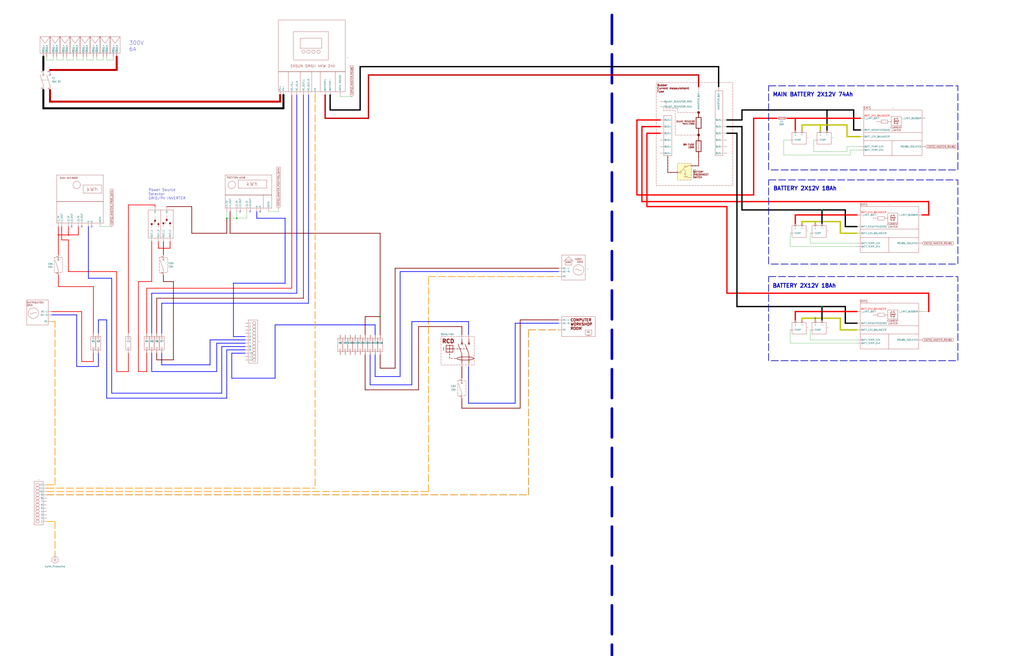
<source format=kicad_sch>
(kicad_sch (version 20231120) (generator "eeschema") (generator_version "8.0")
  (paper "User" 780 500)
  (lib_symbols
    (symbol "Device:CircuitBreaker_2P"
      (property "Reference" "CB" (at 3.81 0 0))
      (property "Value" "CircuitBreaker_2P" (at 3.81 2.54 0))
      (symbol "CircuitBreaker_2P_1_1"
        (pin passive line (at -2.54 7.62 270) (length 2.54) (name "~") (number "1"))
        (pin passive line (at -2.54 -7.62 90) (length 2.54) (name "~") (number "2"))
        (pin passive line (at 2.54 7.62 270) (length 2.54) (name "~") (number "3"))
        (pin passive line (at 2.54 -7.62 90) (length 2.54) (name "~") (number "4"))
      )
    )
    (symbol "Device:Fuse" (pin_numbers hide) (pin_names (offset 0))
      (property "Reference" "F" (at 2.032 0 90))
      (property "Value" "Fuse" (at -1.905 0 90))
      (symbol "Fuse_1_1"
        (pin passive line (at 0 3.81 270) (length 1.27) (name "~") (number "1"))
        (pin passive line (at 0 -3.81 90) (length 1.27) (name "~") (number "2"))
      )
    )
    (symbol "Electrical:AC-SOURCE" (pin_numbers hide)
      (symbol "AC-SOURCE_1_1"
        (text "DISTRIBUTION\nGRID" (at -8.89 12.192 0) (effects (font (size 1.27 1.27)) (justify left)))
        (pin input line (at 10.16 6.35 180) (length 2.54) (name "AC-L") (number ""))
        (pin input line (at 10.16 3.81 180) (length 2.54) (name "AC-N") (number ""))
        (pin input line (at 10.16 -1.27 180) (length 2.54) (name "PE") (number ""))
      )
    )
    (symbol "Electrical:BATTERY" (pin_numbers hide)
      (symbol "BATTERY_1_1"
        (pin input line (at 2.54 0 270) (length 2.54) (name "+") (number ""))
        (pin input line (at -1.27 -7.62 0) (length 2.54) (name "TEMP") (number ""))
        (pin input line (at 7.62 0 270) (length 2.54) (name "|") (number ""))
      )
    )
    (symbol "Electrical:Battery-Management-System" (pin_numbers hide)
      (property "Reference" "BMS" (at -3.048 -0.762 0))
      (symbol "Battery-Management-System_1_1"
        (text "BATT_24V_BALANCER" (at 10.16 -4.318 0) (effects (font (size 1.27 1.27))))
        (text "BMS" (at 2.54 1.524 0) (effects (font (size 2 2))))
        (text "CURRENT\nLIMITER" (at 24.765 -14.478 0) (effects (font (size 1.27 1.27))))
        (pin input line (at -2.54 -20.32 0) (length 2.54) (name "BATT_12V_BALANCER") (number ""))
        (pin input line (at -2.54 -15.24 0) (length 2.54) (name "BATT_NEGATIVE(GND)") (number ""))
        (pin input line (at -2.54 -27.94 0) (length 2.54) (name "BATT_TEMP_12V") (number ""))
        (pin input line (at -2.54 -30.48 0) (length 2.54) (name "BATT_TEMP_24V") (number ""))
        (pin input line (at -2.54 -6.35 0) (length 2.54) (name "I_LIMIT_BATT") (number ""))
        (pin input line (at 46.99 -6.35 180) (length 2.54) (name "I_LIMIT_BUSBAR") (number ""))
        (pin input line (at 46.99 -27.94 180) (length 2.54) (name "RS485_ISOLATED") (number ""))
      )
    )
    (symbol "Electrical:Busbar-with-current-shunt-and-fuse" (pin_numbers hide)
      (property "Reference" "U" (at -29.972 0.762 0))
      (symbol "Busbar-with-current-shunt-and-fuse_1_1"
        (text "BATTERY\nDISCONNECT\nSWITCH" (at -8.128 -45.466 0) (effects (font (size 1.27 1.27) (bold yes)) (justify left)))
        (text "BM FUSE\n100A" (at -6.858 -23.622 0) (effects (font (size 1.27 1.27) (bold yes)) (justify right)))
        (text "Busbar\nCurrent measurement\nFuse" (at -35.56 20.32 0) (effects (font (size 1.5 1.5) (bold yes)) (justify left)))
        (text "SHUNT RESISTOR\n75mV/200A" (at -6.604 -5.842 0) (effects (font (size 1.1 1.1) (bold yes)) (justify right)))
        (pin input line (at -33.02 -29.21 0) (length 2.54) (name "BUS+") (number ""))
        (pin input line (at -33.02 -24.13 0) (length 2.54) (name "BUS+") (number ""))
        (pin input line (at -33.02 -19.05 0) (length 2.54) (name "BUS+") (number ""))
        (pin input line (at -33.02 -13.97 0) (length 2.54) (name "BUS+") (number ""))
        (pin input line (at -33.02 -8.89 0) (length 2.54) (name "BUS+") (number ""))
        (pin input line (at -33.02 -3.81 0) (length 2.54) (name "BUS+") (number ""))
        (pin input line (at 17.78 -29.21 180) (length 2.54) (name "BUS-") (number ""))
        (pin input line (at 17.78 -24.13 180) (length 2.54) (name "BUS-") (number ""))
        (pin input line (at 17.78 -19.05 180) (length 2.54) (name "BUS-") (number ""))
        (pin input line (at 17.78 -13.97 180) (length 2.54) (name "BUS-") (number ""))
        (pin input line (at 17.78 -8.89 180) (length 2.54) (name "BUS-") (number ""))
        (pin input line (at 17.78 -3.81 180) (length 2.54) (name "BUS-") (number ""))
        (pin input line (at -3.81 21.59 270) (length 2.54) (name "INVERTER_BAT+") (number ""))
        (pin input line (at 11.43 21.59 270) (length 2.54) (name "INVERTER_BAT-") (number ""))
        (pin input line (at -33.02 6.35 0) (length 2.54) (name "SHUNT_RESISTOR_NEG") (number ""))
        (pin input line (at -33.02 10.16 0) (length 2.54) (name "SHUNT_RESISTOR_POS") (number ""))
      )
    )
    (symbol "Electrical:CircuitBreaker_1P"
      (property "Reference" "CB" (at 1.905 0 0))
      (property "Value" "CircuitBreaker_1P" (at 1.905 1.905 0))
      (symbol "CircuitBreaker_1P_1_1"
        (pin passive line (at 0 7.62 270) (length 2.54) (name "~") (number "1"))
        (pin passive line (at 0 -7.62 90) (length 2.54) (name "~") (number "2"))
      )
    )
    (symbol "Electrical:EASUN-SMG-II-4KW-24V" (pin_numbers hide)
      (symbol "EASUN-SMG-II-4KW-24V_1_1"
        (text "EASUN SMGII 4KW 24V" (at 28.702 19.558 0) (effects (font (size 2 2))))
        (pin input line (at 12.7 -2.54 90) (length 2.54) (name "AC_IN_L") (number ""))
        (pin input line (at 16.51 -2.54 90) (length 2.54) (name "AC_IN_N") (number ""))
        (pin input line (at 21.59 -2.54 90) (length 2.54) (name "AC_OUT_L") (number ""))
        (pin input line (at 25.4 -2.54 90) (length 2.54) (name "AC_OUT_N") (number ""))
        (pin input line (at 38.1 -2.54 90) (length 2.54) (name "BATTERY+") (number ""))
        (pin input line (at 41.91 -2.54 90) (length 2.54) (name "BATTERY-") (number ""))
        (pin input line (at 49.53 -2.54 90) (length 2.54) (name "DATA-RS232") (number ""))
        (pin input line (at 30.48 -2.54 90) (length 2.54) (name "PE") (number ""))
        (pin input line (at 3.81 -2.54 90) (length 2.54) (name "PV+") (number ""))
        (pin input line (at 6.35 -2.54 90) (length 2.54) (name "PV-") (number ""))
      )
    )
    (symbol "Electrical:HOME-GRID"
      (property "Reference" "U" (at -7.366 10.16 0))
      (symbol "HOME-GRID_1_1"
        (text "HOME" (at 5.08 3.302 0) (effects (font (size 1 1))))
        (text "HOME \nGRID" (at -6.096 4.572 0) (effects (font (size 1.27 1.27)) (justify left)))
        (pin input line (at 12.7 -1.27 180) (length 2.54) (name "AC-L") (number ""))
        (pin input line (at 12.7 -3.81 180) (length 2.54) (name "AC-N") (number ""))
        (pin input line (at 12.7 -7.62 180) (length 2.54) (name "PE") (number ""))
      )
    )
    (symbol "Electrical:Itron-ACE3000" (pin_numbers hide)
      (symbol "Itron-ACE3000_1_1"
        (text "Itron ACE3000" (at -7.366 16.764 0) (effects (font (size 1.27 1.27))))
        (text "kWh" (at 10.668 8.128 0) (effects (font (size 3 3))))
        (pin input line (at 16.51 -20.32 90) (length 2.54) (name "DATA") (number ""))
        (pin input line (at -15.24 -20.32 90) (length 2.54) (name "L1_IN") (number ""))
        (pin input line (at -12.7 -20.32 90) (length 2.54) (name "L1_OUT") (number ""))
        (pin input line (at -7.62 -20.32 90) (length 2.54) (name "L2_IN") (number ""))
        (pin input line (at -5.08 -20.32 90) (length 2.54) (name "L2_OUT") (number ""))
        (pin input line (at 0 -20.32 90) (length 2.54) (name "L3_IN") (number ""))
        (pin input line (at 2.54 -20.32 90) (length 2.54) (name "L3_OUT") (number ""))
        (pin input line (at 7.62 -20.32 90) (length 2.54) (name "N") (number ""))
        (pin input line (at 10.16 -20.32 90) (length 2.54) (name "N") (number ""))
      )
    )
    (symbol "Electrical:Local_Grid" (pin_numbers hide)
      (property "Reference" "D" (at 0 0 0))
      (symbol "Local_Grid_1_1"
        (text "COMPUTER\nWORKSHOP\nROOM" (at 8.89 -5.842 0) (effects (font (size 2 2) (bold yes)) (justify left)))
        (text "PC" (at 22.733 -12.065 0) (effects (font (size 1.27 1.27))))
        (pin input line (at 0 -2.54 0) (length 2.54) (name "AC-L") (number ""))
        (pin input line (at 0 -5.08 0) (length 2.54) (name "AC-N") (number ""))
        (pin input line (at 0 -10.16 0) (length 2.54) (name "PE") (number ""))
      )
    )
    (symbol "Electrical:Power-Source-Selector-Switch_" (pin_numbers hide)
      (symbol "Power-Source-Selector-Switch__1_1"
        (pin input line (at 5.08 2.54 270) (length 2.54) (name "IN") (number ""))
        (pin input line (at 13.97 2.54 270) (length 2.54) (name "IN") (number ""))
        (pin input line (at 2.54 -24.13 90) (length 2.54) (name "OUT_1") (number ""))
        (pin input line (at 11.43 -24.13 90) (length 2.54) (name "OUT_1") (number ""))
        (pin input line (at 7.62 -24.13 90) (length 2.54) (name "OUT_2") (number ""))
        (pin input line (at 16.51 -24.13 90) (length 2.54) (name "OUT_2") (number ""))
      )
    )
    (symbol "Electrical:Pozyton-sEAB" (pin_numbers hide)
      (symbol "Pozyton-sEAB_1_1"
        (text "kWh" (at 2.794 4.572 0) (effects (font (size 3 3))))
        (text "POZYTON sEAB" (at -9.398 9.398 0) (effects (font (size 1.27 1.27))))
        (pin input line (at 15.24 -16.51 90) (length 2.54) (name "DATA") (number ""))
        (pin input line (at -16.51 -16.51 90) (length 2.54) (name "L1_IN") (number ""))
        (pin input line (at -13.97 -16.51 90) (length 2.54) (name "L1_OUT") (number ""))
        (pin input line (at -8.89 -16.51 90) (length 2.54) (name "L2_IN") (number ""))
        (pin input line (at -6.35 -16.51 90) (length 2.54) (name "L2_OUT") (number ""))
        (pin input line (at -1.27 -16.51 90) (length 2.54) (name "L3_IN") (number ""))
        (pin input line (at 1.27 -16.51 90) (length 2.54) (name "L3_OUT") (number ""))
        (pin input line (at 6.35 -16.51 90) (length 2.54) (name "N") (number ""))
        (pin input line (at 8.89 -16.51 90) (length 2.54) (name "N") (number ""))
      )
    )
    (symbol "Electrical:RCD_2P" (pin_numbers hide)
      (symbol "RCD_2P_1_1"
        (text "RCD" (at 6.096 -6.096 0) (effects (font (size 3 3) (bold yes))))
        (pin input line (at 16.51 -25.4 90) (length 2.54) (name "") (number ""))
        (pin input line (at 16.51 -1.27 270) (length 2.54) (name "") (number ""))
        (pin input line (at 21.59 -25.4 90) (length 2.54) (name "") (number ""))
        (pin input line (at 21.59 -1.27 270) (length 2.54) (name "") (number ""))
      )
    )
    (symbol "Electrical:SCREW_CLAMP" (pin_numbers hide)
      (symbol "SCREW_CLAMP_1_1"
        (pin input line (at -2.54 3.81 0) (length 2.54) (name "1") (number ""))
        (pin input line (at -2.54 -19.05 0) (length 2.54) (name "10") (number ""))
        (pin input line (at -2.54 -21.59 0) (length 2.54) (name "11") (number ""))
        (pin input line (at -2.54 -24.13 0) (length 2.54) (name "12") (number ""))
        (pin input line (at -2.54 1.27 0) (length 2.54) (name "2") (number ""))
        (pin input line (at -2.54 -1.27 0) (length 2.54) (name "3") (number ""))
        (pin input line (at -2.5146 -3.802 0) (length 2.54) (name "4") (number ""))
        (pin input line (at -2.54 -6.35 0) (length 2.54) (name "5") (number ""))
        (pin input line (at -2.54 -8.89 0) (length 2.54) (name "6") (number ""))
        (pin input line (at -2.54 -11.43 0) (length 2.54) (name "7") (number ""))
        (pin input line (at -2.54 -13.97 0) (length 2.54) (name "8") (number ""))
        (pin input line (at -2.54 -16.51 0) (length 2.54) (name "9") (number ""))
      )
    )
    (symbol "Electrical:SOLAR-CELL" (pin_numbers hide)
      (symbol "SOLAR-CELL_1_1"
        (pin input line (at 5.08 -2.54 90) (length 2.54) (name "CELL+") (number ""))
        (pin input line (at 2.54 -2.54 90) (length 2.54) (name "CELL-") (number ""))
      )
    )
    (symbol "Electrical:Terminal-blocks" (pin_numbers hide)
      (property "Reference" "X" (at -1.016 1.524 0))
      (symbol "Terminal-blocks_1_1"
        (pin input line (at 0 -7.62 90) (length 2.54) (name "") (number ""))
        (pin input line (at 0 0 0) (length 0) (name "") (number ""))
        (pin input line (at 0 7.62 270) (length 2.54) (name "") (number ""))
      )
    )
    (symbol "power:Earth_Protective" (power) (pin_numbers hide) (pin_names (offset 0) hide)
      (property "Value" "Earth_Protective" (at 0 -7.62 0))
      (symbol "Earth_Protective_1_1"
        (pin power_in line (at 0 0 270) (length 0) (name "~") (number "1"))
      )
    )
  )
  (junction (at 621.03 242.57))
  (junction (at 44.45 179.07) (color 255 0 0 1))
  (junction (at 180.34 166.37))
  (junction (at 289.56 241.3))
  (junction (at 172.72 166.37))
  (junction (at 52.07 179.07) (color 255 0 0 1))
  (junction (at 629.92 83.82) (color 0 0 0 1))
  (junction (at 621.03 168.91) (color 194 194 0 1))
  (junction (at 624.84 95.25) (color 194 194 0 1))
  (junction (at 626.11 233.68))
  (junction (at 626.11 160.02))
  (junction (at 605.79 90.17) (color 255 0 0 1))
  (no_connect (at 62.23 172.72))
  (no_connect (at 69.85 172.72))
  (no_connect (at 198.12 161.29))
  (no_connect (at 190.5 161.29))
  (no_connect (at 54.61 172.72))
  (no_connect (at 182.88 161.29))
  (wire (pts (xy 289.56 241.3) (xy 289.56 177.8)) (stroke (width 0.5) (color 132 0 0 1)))
  (wire (pts (xy 626.11 160.02) (xy 626.11 170.18)) (stroke (width 1) (color 0 0 0 1)))
  (wire (pts (xy 38.1 77.47) (xy 38.1 68.58)) (stroke (width 1.5) (color 194 0 0 1)))
  (polyline (pts (xy 466.09 11.43) (xy 466.09 586.105)) (stroke (width 2) (type dash)))
  (wire (pts (xy 88.9 283.21) (xy 97.79 283.21)) (stroke (width 0.5) (color 255 0 0 1)))
  (wire (pts (xy 38.1 53.34) (xy 88.9 53.34)) (stroke (width 1.5) (color 194 0 0 1)))
  (wire (pts (xy 650.24 99.06) (xy 655.32 99.06)) (stroke (width 1) (color 0 0 0 1)))
  (wire (pts (xy 120.65 184.15) (xy 120.65 189.23)) (stroke (width 0.5) (color 255 0 0 1)))
  (wire (pts (xy 553.72 157.48) (xy 492.76 157.48)) (stroke (width 1) (color 255 0 0 1)))
  (wire (pts (xy 62.23 237.49) (xy 62.23 275.59)) (stroke (width 0.5) (color 255 0 0 1)))
  (wire (pts (xy 488.95 96.52) (xy 502.92 96.52)) (stroke (width 1) (color 255 0 0 1)))
  (wire (pts (xy 300.99 204.47) (xy 300.99 280.67)) (stroke (width 0.5) (color 132 0 0 1)))
  (wire (pts (xy 605.79 90.17) (xy 605.79 99.06)) (stroke (width 1) (color 255 0 0 1)))
  (wire (pts (xy 601.98 187.96) (xy 601.98 177.8)))
  (wire (pts (xy 123.19 278.13) (xy 160.02 278.13)) (stroke (width 0.5) (color 0 0 255 1)))
  (wire (pts (xy 160.02 278.13) (xy 160.02 259.08)) (stroke (width 0.5) (color 0 0 255 1)))
  (wire (pts (xy 318.77 248.92) (xy 351.79 248.92)) (stroke (width 0.5) (color 132 0 0 1)))
  (wire (pts (xy 105.41 214.63) (xy 105.41 283.21)) (stroke (width 0.5) (color 255 0 0 1)))
  (wire (pts (xy 621.03 168.91) (xy 621.03 170.18)) (stroke (width 1) (color 194 194 0 1)))
  (wire (pts (xy 209.55 247.65) (xy 209.55 288.29)) (stroke (width 0.5) (color 0 0 255 1)))
  (wire (pts (xy 119.38 269.24) (xy 119.38 274.32)) (stroke (width 0.5) (color 132 0 0 1)))
  (wire (pts (xy 621.03 168.91) (xy 640.08 168.91)) (stroke (width 1) (color 194 194 0 1)))
  (wire (pts (xy 599.44 90.17) (xy 605.79 90.17)) (stroke (width 1) (color 255 0 0 1)))
  (wire (pts (xy 240.03 72.39) (xy 240.03 372.11)) (stroke (width 0.5) (type dash) (color 255 153 0 1)))
  (wire (pts (xy 647.7 114.3) (xy 647.7 118.11)))
  (wire (pts (xy 561.34 233.68) (xy 626.11 233.68)) (stroke (width 1) (color 0 0 0 1)))
  (wire (pts (xy 251.46 83.82) (xy 251.46 72.39)) (stroke (width 1) (color 0 0 0 1)))
  (wire (pts (xy 655.32 104.14) (xy 645.16 104.14)) (stroke (width 1) (color 194 194 0 1)))
  (wire (pts (xy 280.67 57.15) (xy 532.13 57.15)) (stroke (width 1) (color 194 0 0 1)))
  (wire (pts (xy 605.79 237.49) (xy 605.79 243.84)) (stroke (width 1) (color 255 0 0 1)))
  (wire (pts (xy 48.26 45.72) (xy 48.26 43.18)))
  (wire (pts (xy 304.8 207.01) (xy 304.8 287.02)) (stroke (width 0.5) (color 0 0 255 1)))
  (wire (pts (xy 176.53 288.29) (xy 176.53 269.24)) (stroke (width 0.5) (color 0 0 255 1)))
  (wire (pts (xy 351.79 288.29) (xy 351.79 279.4)) (stroke (width 0.5) (color 132 0 0 1)))
  (wire (pts (xy 281.94 270.51) (xy 281.94 293.37)) (stroke (width 0.5) (color 0 0 255 1)))
  (wire (pts (xy 55.88 45.72) (xy 55.88 43.18)))
  (wire (pts (xy 177.8 215.9) (xy 217.17 215.9)) (stroke (width 0.5) (color 0 0 255 1)))
  (wire (pts (xy 280.67 90.17) (xy 280.67 57.15)) (stroke (width 1) (color 194 0 0 1)))
  (wire (pts (xy 640.08 177.8) (xy 652.78 177.8)) (stroke (width 1) (color 194 194 0 1)))
  (wire (pts (xy 655.32 90.17) (xy 605.79 90.17)) (stroke (width 1) (color 255 0 0 1)))
  (wire (pts (xy 195.58 166.37) (xy 195.58 161.29)) (stroke (width 0.5) (color 0 0 255 1)))
  (wire (pts (xy 41.91 397.51) (xy 41.91 422.91)) (stroke (width 0.5) (type dash) (color 255 153 0 1)))
  (wire (pts (xy 35.56 374.65) (xy 326.39 374.65)) (stroke (width 0.5) (type dash) (color 255 153 0 1)))
  (wire (pts (xy 52.07 207.01) (xy 88.9 207.01)) (stroke (width 0.5) (color 255 0 0 1)))
  (wire (pts (xy 81.28 303.53) (xy 172.72 303.53)) (stroke (width 0.5) (color 0 0 255 1)))
  (wire (pts (xy 215.9 72.39) (xy 215.9 82.55)) (stroke (width 1.5) (color 0 0 0 1)))
  (wire (pts (xy 645.16 95.25) (xy 624.84 95.25)) (stroke (width 1) (color 194 194 0 1)))
  (wire (pts (xy 226.06 72.39) (xy 226.06 223.52)) (stroke (width 0.5) (color 0 0 255 1)))
  (wire (pts (xy 652.78 237.49) (xy 605.79 237.49)) (stroke (width 1) (color 255 0 0 1)))
  (wire (pts (xy 278.13 297.18) (xy 318.77 297.18)) (stroke (width 0.5) (color 132 0 0 1)))
  (wire (pts (xy 707.39 237.49) (xy 707.39 223.52)) (stroke (width 1) (color 255 0 0 1)))
  (wire (pts (xy 175.26 177.8) (xy 289.56 177.8)) (stroke (width 0.5) (color 132 0 0 1)))
  (wire (pts (xy 123.19 254) (xy 123.19 231.14)) (stroke (width 0.5) (color 0 0 255 1)))
  (wire (pts (xy 396.24 243.84) (xy 425.45 243.84)) (stroke (width 0.5) (color 132 0 0 1)))
  (wire (pts (xy 652.78 187.96) (xy 601.98 187.96)))
  (wire (pts (xy 222.25 72.39) (xy 222.25 219.71)) (stroke (width 0.5) (color 255 0 0 1)))
  (wire (pts (xy 119.38 227.33) (xy 119.38 254)) (stroke (width 0.5) (color 132 0 0 1)))
  (wire (pts (xy 97.79 156.21) (xy 118.11 156.21)) (stroke (width 0.5) (color 255 0 0 1)))
  (wire (pts (xy 172.72 166.37) (xy 180.34 166.37)))
  (wire (pts (xy 643.89 233.68) (xy 643.89 246.38)) (stroke (width 1) (color 0 0 0 1)))
  (wire (pts (xy 610.87 243.84) (xy 610.87 242.57)) (stroke (width 1) (color 194 194 0 1)))
  (wire (pts (xy 619.76 115.57) (xy 645.16 115.57)))
  (wire (pts (xy 643.89 172.72) (xy 652.78 172.72)) (stroke (width 1) (color 0 0 0 1)))
  (wire (pts (xy 204.47 161.29) (xy 212.09 161.29)))
  (wire (pts (xy 565.15 160.02) (xy 626.11 160.02)) (stroke (width 1) (color 0 0 0 1)))
  (wire (pts (xy 629.92 83.82) (xy 629.92 99.06)) (stroke (width 1) (color 0 0 0 1)))
  (wire (pts (xy 132.08 214.63) (xy 124.46 214.63)) (stroke (width 0.5) (color 132 0 0 1)))
  (wire (pts (xy 267.97 73.66) (xy 259.08 73.66)))
  (wire (pts (xy 222.25 219.71) (xy 111.76 219.71)) (stroke (width 0.5) (color 255 0 0 1)))
  (wire (pts (xy 619.76 115.57) (xy 619.76 106.68)))
  (wire (pts (xy 67.31 172.72) (xy 67.31 212.09)) (stroke (width 0.5) (color 0 0 255 1)))
  (wire (pts (xy 88.9 53.34) (xy 88.9 43.18)) (stroke (width 1.5) (color 194 0 0 1)))
  (wire (pts (xy 392.43 246.38) (xy 425.45 246.38)) (stroke (width 0.5) (color 0 0 255 1)))
  (wire (pts (xy 596.9 106.68) (xy 601.98 106.68)))
  (wire (pts (xy 640.08 168.91) (xy 640.08 177.8)) (stroke (width 1) (color 194 194 0 1)))
  (wire (pts (xy 187.96 166.37) (xy 187.96 161.29)))
  (wire (pts (xy 73.66 43.18) (xy 73.66 45.72)))
  (wire (pts (xy 640.08 242.57) (xy 640.08 251.46)) (stroke (width 1) (color 194 194 0 1)))
  (wire (pts (xy 304.8 207.01) (xy 425.45 207.01)) (stroke (width 0.5) (color 0 0 255 1)))
  (wire (pts (xy 278.13 241.3) (xy 278.13 255.27)) (stroke (width 0.5) (color 132 0 0 1)))
  (wire (pts (xy 35.56 45.72) (xy 40.64 45.72)))
  (wire (pts (xy 561.34 101.6) (xy 561.34 233.68)) (stroke (width 1) (color 0 0 0 1)))
  (wire (pts (xy 58.42 43.18) (xy 58.42 45.72)))
  (wire (pts (xy 643.89 160.02) (xy 643.89 172.72)) (stroke (width 1) (color 0 0 0 1)))
  (wire (pts (xy 105.41 283.21) (xy 111.76 283.21)) (stroke (width 0.5) (color 255 0 0 1)))
  (wire (pts (xy 160.02 259.08) (xy 186.69 259.08)) (stroke (width 0.5) (color 0 0 255 1)))
  (wire (pts (xy 707.39 163.83) (xy 707.39 153.67)) (stroke (width 1) (color 255 0 0 1)))
  (wire (pts (xy 231.14 72.39) (xy 231.14 227.33)) (stroke (width 0.5) (color 132 0 0 1)))
  (wire (pts (xy 168.91 264.16) (xy 186.69 264.16)) (stroke (width 0.5) (color 0 0 255 1)))
  (wire (pts (xy 396.24 311.15) (xy 396.24 243.84)) (stroke (width 0.5) (color 132 0 0 1)))
  (wire (pts (xy 351.79 311.15) (xy 396.24 311.15)) (stroke (width 0.5) (color 132 0 0 1)))
  (wire (pts (xy 39.37 237.49) (xy 62.23 237.49)) (stroke (width 0.5) (color 255 0 0 1)))
  (wire (pts (xy 127 157.48) (xy 146.05 157.48)) (stroke (width 0.5) (color 132 0 0 1)))
  (wire (pts (xy 172.72 166.37) (xy 172.72 161.29)))
  (wire (pts (xy 655.32 114.3) (xy 647.7 114.3)))
  (wire (pts (xy 645.16 104.14) (xy 645.16 95.25)) (stroke (width 1) (color 194 194 0 1)))
  (wire (pts (xy 35.56 372.11) (xy 240.03 372.11)) (stroke (width 0.5) (type dash) (color 255 153 0 1)))
  (wire (pts (xy 289.56 255.27) (xy 289.56 241.3)) (stroke (width 0.5) (color 132 0 0 1)))
  (wire (pts (xy 111.76 269.24) (xy 111.76 283.21)) (stroke (width 0.5) (color 255 0 0 1)))
  (wire (pts (xy 44.45 179.07) (xy 44.45 194.31)) (stroke (width 0.5) (color 255 0 0 1)))
  (wire (pts (xy 605.79 163.83) (xy 605.79 170.18)) (stroke (width 1) (color 255 0 0 1)))
  (wire (pts (xy 43.18 45.72) (xy 48.26 45.72)))
  (wire (pts (xy 86.36 45.72) (xy 86.36 43.18)))
  (wire (pts (xy 643.89 246.38) (xy 652.78 246.38)) (stroke (width 1) (color 0 0 0 1)))
  (wire (pts (xy 212.09 161.29) (xy 212.09 158.75)))
  (wire (pts (xy 180.34 166.37) (xy 180.34 161.29)))
  (wire (pts (xy 617.22 185.42) (xy 652.78 185.42)))
  (wire (pts (xy 702.31 163.83) (xy 707.39 163.83)) (stroke (width 1) (color 255 0 0 1)))
  (wire (pts (xy 610.87 99.06) (xy 610.87 95.25)) (stroke (width 1) (color 194 194 0 1)))
  (wire (pts (xy 172.72 177.8) (xy 172.72 166.37)) (stroke (width 0.5) (color 132 0 0 1)))
  (wire (pts (xy 33.02 82.55) (xy 33.02 68.58)) (stroke (width 1.5) (color 0 0 0 1)))
  (wire (pts (xy 123.19 269.24) (xy 123.19 278.13)) (stroke (width 0.5) (color 0 0 255 1)))
  (wire (pts (xy 168.91 299.72) (xy 168.91 264.16)) (stroke (width 0.5) (color 0 0 255 1)))
  (wire (pts (xy 97.79 156.21) (xy 97.79 254)) (stroke (width 0.5) (color 255 0 0 1)))
  (wire (pts (xy 624.84 95.25) (xy 624.84 99.06)) (stroke (width 1) (color 194 194 0 1)))
  (wire (pts (xy 81.28 45.72) (xy 86.36 45.72)))
  (wire (pts (xy 326.39 210.82) (xy 425.45 210.82)) (stroke (width 0.5) (type dash) (color 255 153 0 1)))
  (wire (pts (xy 392.43 307.34) (xy 392.43 246.38)) (stroke (width 0.5) (color 0 0 255 1)))
  (wire (pts (xy 304.8 287.02) (xy 285.75 287.02)) (stroke (width 0.5) (color 0 0 255 1)))
  (wire (pts (xy 289.56 280.67) (xy 289.56 270.51)) (stroke (width 0.5) (color 132 0 0 1)))
  (wire (pts (xy 44.45 172.72) (xy 44.45 179.07)) (stroke (width 0.5) (color 255 0 0 1)))
  (wire (pts (xy 58.42 279.4) (xy 74.93 279.4)) (stroke (width 0.5) (color 0 0 255 1)))
  (wire (pts (xy 52.07 182.88) (xy 52.07 207.01)) (stroke (width 0.5) (color 255 0 0 1)))
  (wire (pts (xy 492.76 101.6) (xy 502.92 101.6)) (stroke (width 1) (color 255 0 0 1)))
  (wire (pts (xy 44.45 218.44) (xy 44.45 209.55)) (stroke (width 0.5) (color 255 0 0 1)))
  (wire (pts (xy 274.32 83.82) (xy 251.46 83.82)) (stroke (width 1) (color 0 0 0 1)))
  (wire (pts (xy 702.31 237.49) (xy 707.39 237.49)))
  (wire (pts (xy 58.42 45.72) (xy 63.5 45.72)))
  (wire (pts (xy 313.69 245.11) (xy 356.87 245.11)) (stroke (width 0.5) (color 0 0 255 1)))
  (wire (pts (xy 74.93 243.84) (xy 81.28 243.84)) (stroke (width 0.5) (color 0 0 255 1)))
  (wire (pts (xy 574.04 90.17) (xy 591.82 90.17)) (stroke (width 1) (color 255 0 0 1)))
  (wire (pts (xy 610.87 242.57) (xy 621.03 242.57)) (stroke (width 1) (color 194 194 0 1)))
  (wire (pts (xy 115.57 269.24) (xy 115.57 283.21)) (stroke (width 0.5) (color 0 0 255 1)))
  (wire (pts (xy 115.57 283.21) (xy 165.1 283.21)) (stroke (width 0.5) (color 0 0 255 1)))
  (wire (pts (xy 281.94 293.37) (xy 313.69 293.37)) (stroke (width 0.5) (color 0 0 255 1)))
  (wire (pts (xy 565.15 83.82) (xy 629.92 83.82)) (stroke (width 1) (color 0 0 0 1)))
  (wire (pts (xy 217.17 215.9) (xy 217.17 166.37)) (stroke (width 0.5) (color 0 0 255 1)))
  (wire (pts (xy 180.34 166.37) (xy 187.96 166.37)))
  (wire (pts (xy 652.78 261.62) (xy 601.98 261.62)))
  (wire (pts (xy 565.15 91.44) (xy 553.72 91.44)) (stroke (width 1) (color 0 0 0 1)))
  (wire (pts (xy 351.79 248.92) (xy 351.79 255.27)) (stroke (width 0.5) (color 132 0 0 1)))
  (wire (pts (xy 610.87 95.25) (xy 624.84 95.25)) (stroke (width 1) (color 194 194 0 1)))
  (wire (pts (xy 402.59 251.46) (xy 425.45 251.46)) (stroke (width 0.5) (type dash) (color 221 133 0 1)))
  (wire (pts (xy 285.75 247.65) (xy 209.55 247.65)) (stroke (width 0.5) (color 0 0 255 1)))
  (wire (pts (xy 172.72 266.7) (xy 186.69 266.7)) (stroke (width 0.5) (color 0 0 255 1)))
  (wire (pts (xy 278.13 270.51) (xy 278.13 297.18)) (stroke (width 0.5) (color 132 0 0 1)))
  (wire (pts (xy 650.24 83.82) (xy 650.24 99.06)) (stroke (width 1) (color 0 0 0 1)))
  (wire (pts (xy 172.72 303.53) (xy 172.72 266.7)) (stroke (width 0.5) (color 0 0 255 1)))
  (wire (pts (xy 626.11 233.68) (xy 643.89 233.68)) (stroke (width 1) (color 0 0 0 1)))
  (wire (pts (xy 124.46 184.15) (xy 124.46 194.31)) (stroke (width 0.5) (color 132 0 0 1)))
  (wire (pts (xy 213.36 72.39) (xy 213.36 77.47)) (stroke (width 1.5) (color 194 0 0 1)))
  (wire (pts (xy 78.74 45.72) (xy 78.74 43.18)))
  (wire (pts (xy 33.02 43.18) (xy 33.02 53.34)) (stroke (width 1.5) (color 0 0 0 1)))
  (wire (pts (xy 177.8 256.54) (xy 186.69 256.54)) (stroke (width 0.5) (color 0 0 255 1)))
  (wire (pts (xy 300.99 204.47) (xy 425.45 204.47)) (stroke (width 0.5) (color 132 0 0 1)))
  (wire (pts (xy 132.08 214.63) (xy 132.08 274.32)) (stroke (width 0.5) (color 132 0 0 1)))
  (wire (pts (xy 177.8 215.9) (xy 177.8 256.54)) (stroke (width 0.5) (color 0 0 255 1)))
  (wire (pts (xy 485.14 148.59) (xy 574.04 148.59)) (stroke (width 1) (color 255 0 0 1)))
  (wire (pts (xy 76.2 172.72) (xy 85.09 172.72)))
  (wire (pts (xy 619.76 106.68) (xy 621.03 106.68)))
  (wire (pts (xy 652.78 163.83) (xy 605.79 163.83)) (stroke (width 1) (color 255 0 0 1)))
  (wire (pts (xy 640.08 251.46) (xy 652.78 251.46)) (stroke (width 1) (color 194 194 0 1)))
  (wire (pts (xy 326.39 374.65) (xy 326.39 210.82)) (stroke (width 0.5) (type dash) (color 255 153 0 1)))
  (wire (pts (xy 115.57 184.15) (xy 115.57 214.63)) (stroke (width 0.5) (color 255 0 0 1)))
  (wire (pts (xy 247.65 72.39) (xy 247.65 90.17)) (stroke (width 1) (color 194 0 0 1)))
  (wire (pts (xy 621.03 242.57) (xy 621.03 243.84)) (stroke (width 1) (color 194 194 0 1)))
  (wire (pts (xy 175.26 161.29) (xy 175.26 177.8)) (stroke (width 0.5) (color 132 0 0 1)))
  (wire (pts (xy 553.72 223.52) (xy 553.72 157.48)) (stroke (width 1) (color 255 0 0 1)))
  (wire (pts (xy 213.36 77.47) (xy 38.1 77.47)) (stroke (width 1.5) (color 194 0 0 1)))
  (wire (pts (xy 209.55 288.29) (xy 176.53 288.29)) (stroke (width 0.5) (color 0 0 255 1)))
  (wire (pts (xy 85.09 299.72) (xy 168.91 299.72)) (stroke (width 0.5) (color 0 0 255 1)))
  (wire (pts (xy 226.06 223.52) (xy 115.57 223.52)) (stroke (width 0.5) (color 0 0 255 1)))
  (wire (pts (xy 547.37 50.8) (xy 274.32 50.8)) (stroke (width 1) (color 0 0 0 1)))
  (wire (pts (xy 234.95 72.39) (xy 234.95 231.14)) (stroke (width 0.5) (color 0 0 255 1)))
  (wire (pts (xy 43.18 43.18) (xy 43.18 45.72)))
  (wire (pts (xy 124.46 214.63) (xy 124.46 209.55)) (stroke (width 0.5) (color 132 0 0 1)))
  (wire (pts (xy 73.66 45.72) (xy 78.74 45.72)))
  (wire (pts (xy 601.98 261.62) (xy 601.98 251.46)))
  (wire (pts (xy 402.59 377.19) (xy 402.59 251.46)) (stroke (width 0.5) (type dash) (color 221 133 0 1)))
  (wire (pts (xy 647.7 118.11) (xy 596.9 118.11)))
  (wire (pts (xy 488.95 153.67) (xy 488.95 96.52)) (stroke (width 1) (color 255 0 0 1)))
  (wire (pts (xy 66.04 45.72) (xy 71.12 45.72)))
  (wire (pts (xy 50.8 43.18) (xy 50.8 45.72)))
  (wire (pts (xy 71.12 45.72) (xy 71.12 43.18)))
  (wire (pts (xy 553.72 223.52) (xy 707.39 223.52)) (stroke (width 1) (color 255 0 0 1)))
  (wire (pts (xy 52.07 179.07) (xy 59.69 179.07)) (stroke (width 0.5) (color 255 0 0 1)))
  (wire (pts (xy 35.56 377.19) (xy 402.59 377.19)) (stroke (width 0.5) (type dash) (color 221 133 0 1)))
  (wire (pts (xy 58.42 240.03) (xy 58.42 279.4)) (stroke (width 0.5) (color 0 0 255 1)))
  (wire (pts (xy 129.54 189.23) (xy 129.54 184.15)) (stroke (width 0.5) (color 255 0 0 1)))
  (wire (pts (xy 617.22 251.46) (xy 617.22 259.08)))
  (wire (pts (xy 118.11 156.21) (xy 118.11 157.48)) (stroke (width 0.5) (color 255 0 0 1)))
  (wire (pts (xy 626.11 233.68) (xy 626.11 243.84)) (stroke (width 1) (color 0 0 0 1)))
  (wire (pts (xy 40.64 45.72) (xy 40.64 43.18)))
  (wire (pts (xy 485.14 91.44) (xy 485.14 148.59)) (stroke (width 1) (color 255 0 0 1)))
  (wire (pts (xy 62.23 275.59) (xy 71.12 275.59)) (stroke (width 0.5) (color 255 0 0 1)))
  (wire (pts (xy 146.05 157.48) (xy 146.05 177.8)) (stroke (width 0.5) (color 132 0 0 1)))
  (wire (pts (xy 59.69 179.07) (xy 59.69 172.72)) (stroke (width 0.5) (color 255 0 0 1)))
  (wire (pts (xy 285.75 255.27) (xy 285.75 247.65)) (stroke (width 0.5) (color 0 0 255 1)))
  (wire (pts (xy 146.05 177.8) (xy 172.72 177.8)) (stroke (width 0.5) (color 132 0 0 1)))
  (wire (pts (xy 52.07 179.07) (xy 52.07 172.72)) (stroke (width 0.5) (color 255 0 0 1)))
  (wire (pts (xy 289.56 241.3) (xy 278.13 241.3)) (stroke (width 0.5) (color 132 0 0 1)))
  (wire (pts (xy 645.16 115.57) (xy 645.16 111.76)))
  (wire (pts (xy 35.56 43.18) (xy 35.56 45.72)))
  (wire (pts (xy 629.92 83.82) (xy 650.24 83.82)) (stroke (width 1) (color 0 0 0 1)))
  (wire (pts (xy 532.13 57.15) (xy 532.13 66.04)) (stroke (width 1) (color 194 0 0 1)))
  (wire (pts (xy 610.87 168.91) (xy 621.03 168.91)) (stroke (width 1) (color 194 194 0 1)))
  (wire (pts (xy 44.45 179.07) (xy 52.07 179.07)) (stroke (width 0.5) (color 255 0 0 1)))
  (wire (pts (xy 88.9 207.01) (xy 88.9 283.21)) (stroke (width 0.5) (color 255 0 0 1)))
  (wire (pts (xy 71.12 275.59) (xy 71.12 269.24)) (stroke (width 0.5) (color 255 0 0 1)))
  (wire (pts (xy 74.93 279.4) (xy 74.93 269.24)) (stroke (width 0.5) (color 0 0 255 1)))
  (wire (pts (xy 115.57 223.52) (xy 115.57 254)) (stroke (width 0.5) (color 0 0 255 1)))
  (wire (pts (xy 617.22 177.8) (xy 617.22 185.42)))
  (wire (pts (xy 300.99 280.67) (xy 289.56 280.67)) (stroke (width 0.5) (color 132 0 0 1)))
  (wire (pts (xy 35.56 397.51) (xy 41.91 397.51)) (stroke (width 0.5) (type dash) (color 255 153 0 1)))
  (wire (pts (xy 50.8 45.72) (xy 55.88 45.72)))
  (wire (pts (xy 617.22 259.08) (xy 652.78 259.08)))
  (wire (pts (xy 123.19 231.14) (xy 234.95 231.14)) (stroke (width 0.5) (color 0 0 255 1)))
  (wire (pts (xy 71.12 254) (xy 71.12 218.44)) (stroke (width 0.5) (color 255 0 0 1)))
  (wire (pts (xy 259.08 73.66) (xy 259.08 72.39)))
  (wire (pts (xy 35.56 369.57) (xy 41.91 369.57)) (stroke (width 0.5) (type dash) (color 255 153 0 1)))
  (wire (pts (xy 621.03 242.57) (xy 640.08 242.57)) (stroke (width 1) (color 194 194 0 1)))
  (wire (pts (xy 41.91 245.11) (xy 39.37 245.11)) (stroke (width 0.5) (type dash) (color 255 153 0 1)))
  (wire (pts (xy 356.87 279.4) (xy 356.87 307.34)) (stroke (width 0.5) (color 0 0 255 1)))
  (wire (pts (xy 63.5 45.72) (xy 63.5 43.18)))
  (wire (pts (xy 492.76 157.48) (xy 492.76 101.6)) (stroke (width 1) (color 255 0 0 1)))
  (wire (pts (xy 74.93 243.84) (xy 74.93 254)) (stroke (width 0.5) (color 0 0 255 1)))
  (wire (pts (xy 165.1 261.62) (xy 186.69 261.62)) (stroke (width 0.5) (color 0 0 255 1)))
  (wire (pts (xy 217.17 166.37) (xy 195.58 166.37)) (stroke (width 0.5) (color 0 0 255 1)))
  (wire (pts (xy 574.04 90.17) (xy 574.04 148.59)) (stroke (width 1) (color 255 0 0 1)))
  (wire (pts (xy 645.16 111.76) (xy 655.32 111.76)))
  (wire (pts (xy 610.87 170.18) (xy 610.87 168.91)) (stroke (width 1) (color 194 194 0 1)))
  (wire (pts (xy 97.79 269.24) (xy 97.79 283.21)) (stroke (width 0.5) (color 255 0 0 1)))
  (wire (pts (xy 626.11 160.02) (xy 643.89 160.02)) (stroke (width 1) (color 0 0 0 1)))
  (wire (pts (xy 67.31 212.09) (xy 85.09 212.09)) (stroke (width 0.5) (color 0 0 255 1)))
  (wire (pts (xy 285.75 270.51) (xy 285.75 287.02)) (stroke (width 0.5) (color 0 0 255 1)))
  (wire (pts (xy 115.57 214.63) (xy 105.41 214.63)) (stroke (width 0.5) (color 255 0 0 1)))
  (wire (pts (xy 596.9 118.11) (xy 596.9 106.68)))
  (wire (pts (xy 274.32 50.8) (xy 274.32 83.82)) (stroke (width 1) (color 0 0 0 1)))
  (wire (pts (xy 215.9 82.55) (xy 33.02 82.55)) (stroke (width 1.5) (color 0 0 0 1)))
  (wire (pts (xy 502.92 91.44) (xy 485.14 91.44)) (stroke (width 1) (color 255 0 0 1)))
  (wire (pts (xy 71.12 218.44) (xy 44.45 218.44)) (stroke (width 0.5) (color 255 0 0 1)))
  (wire (pts (xy 313.69 293.37) (xy 313.69 245.11)) (stroke (width 0.5) (color 0 0 255 1)))
  (wire (pts (xy 46.99 182.88) (xy 46.99 172.72)) (stroke (width 0.5) (color 255 0 0 1)))
  (wire (pts (xy 111.76 219.71) (xy 111.76 254)) (stroke (width 0.5) (color 255 0 0 1)))
  (wire (pts (xy 52.07 182.88) (xy 46.99 182.88)) (stroke (width 0.5) (color 255 0 0 1)))
  (wire (pts (xy 553.72 96.52) (xy 565.15 96.52)) (stroke (width 1) (color 0 0 0 1)))
  (wire (pts (xy 66.04 43.18) (xy 66.04 45.72)))
  (wire (pts (xy 41.91 369.57) (xy 41.91 245.11)) (stroke (width 0.5) (type dash) (color 255 153 0 1)))
  (wire (pts (xy 351.79 303.53) (xy 351.79 311.15)) (stroke (width 0.5) (color 132 0 0 1)))
  (wire (pts (xy 231.14 227.33) (xy 119.38 227.33)) (stroke (width 0.5) (color 132 0 0 1)))
  (wire (pts (xy 565.15 96.52) (xy 565.15 160.02)) (stroke (width 1) (color 0 0 0 1)))
  (wire (pts (xy 247.65 90.17) (xy 280.67 90.17)) (stroke (width 1) (color 194 0 0 1)))
  (wire (pts (xy 553.72 101.6) (xy 561.34 101.6)) (stroke (width 1) (color 0 0 0 1)))
  (wire (pts (xy 120.65 189.23) (xy 129.54 189.23)) (stroke (width 0.5) (color 255 0 0 1)))
  (wire (pts (xy 119.38 274.32) (xy 132.08 274.32)) (stroke (width 0.5) (color 132 0 0 1)))
  (wire (pts (xy 81.28 43.18) (xy 81.28 45.72)))
  (wire (pts (xy 318.77 297.18) (xy 318.77 248.92)) (stroke (width 0.5) (color 132 0 0 1)))
  (wire (pts (xy 39.37 240.03) (xy 58.42 240.03)) (stroke (width 0.5) (color 0 0 255 1)))
  (wire (pts (xy 488.95 153.67) (xy 707.39 153.67)) (stroke (width 1) (color 255 0 0 1)))
  (wire (pts (xy 547.37 66.04) (xy 547.37 50.8)) (stroke (width 1) (color 0 0 0 1)))
  (wire (pts (xy 176.53 269.24) (xy 186.69 269.24)) (stroke (width 0.5) (color 0 0 255 1)))
  (wire (pts (xy 81.28 243.84) (xy 81.28 303.53)) (stroke (width 0.5) (color 0 0 255 1)))
  (wire (pts (xy 356.87 245.11) (xy 356.87 255.27)) (stroke (width 0.5) (color 0 0 255 1)))
  (wire (pts (xy 356.87 307.34) (xy 392.43 307.34)) (stroke (width 0.5) (color 0 0 255 1)))
  (wire (pts (xy 165.1 261.62) (xy 165.1 283.21)) (stroke (width 0.5) (color 0 0 255 1)))
  (wire (pts (xy 85.09 212.09) (xy 85.09 299.72)) (stroke (width 0.5) (color 0 0 255 1)))
  (wire (pts (xy 565.15 83.82) (xy 565.15 91.44)) (stroke (width 1) (color 0 0 0 1)))
  (rectangle (start 585.47 65.405) (end 729.615 129.54) (stroke (width 0.5) (type dash)))
  (rectangle (start 585.47 210.82) (end 729.615 274.955) (stroke (width 0.5) (type dash)))
  (rectangle (start 585.47 137.16) (end 729.615 201.295) (stroke (width 0.5) (type dash)))
  (text "Power Source\nSelector\nGRID/PV INVERTER" (at 113.03 148.082 0) (effects (font (size 2 2)) (justify left)))
  (text "BATTERY 2X12V 18Ah" (at 612.648 217.932 0) (effects (font (size 3 3) (thickness 0.6) (bold yes))))
  (text "MAIN BATTERY 2X12V 74Ah" (at 619.252 72.136 0) (effects (font (size 3 3) (thickness 0.6) (bold yes))))
  (text "300V\n6A" (at 98.298 35.306 0) (effects (font (size 3 3)) (justify left)))
  (text "BATTERY 2X12V 18Ah" (at 613.156 143.764 0) (effects (font (size 3 3) (thickness 0.6) (bold yes))))
  (global_label "ESP32_MASTER_RS485" (shape input) (at 267.97 73.66 90) (property "Intersheetrefs" "${INTERSHEET_REFS}" (effects (hide yes))))
  (global_label "ESP32_MASTER_RS485" (shape input) (at 702.31 259.08 0) (property "Intersheetrefs" "${INTERSHEET_REFS}" (effects (hide yes))))
  (global_label "ESP32_MASTER_ITRON_DATA" (shape input) (at 85.09 172.72 90) (property "Intersheetrefs" "${INTERSHEET_REFS}" (effects (hide yes))))
  (global_label "ESP32_MASTER_RS485" (shape input) (at 702.31 185.42 0) (property "Intersheetrefs" "${INTERSHEET_REFS}" (effects (hide yes))))
  (global_label "ESP32_MASTER_RS485" (shape input) (at 704.85 111.76 0) (property "Intersheetrefs" "${INTERSHEET_REFS}" (effects (hide yes))))
  (global_label "ESP32_MASTER_POZYTON_DATA" (shape input) (at 212.09 158.75 90) (property "Intersheetrefs" "${INTERSHEET_REFS}" (effects (hide yes))))
  (symbol (lib_id "Electrical:SCREW_CLAMP") (at 189.23 250.19 0) (unit 1)
    (property "Reference" "J2" (effects (hide yes)))
    (property "Value" "~" (at 196.85 260.35 0) (effects (justify left)))
  )
  (symbol (lib_id "Electrical:RCD_2P") (at 335.28 254 0) (unit 1)
    (property "Reference" "F3" (effects (hide yes)))
    (property "Value" "30mA/40A" (at 340.614 254.762 0))
  )
  (symbol (lib_id "Electrical:HOME-GRID") (at 438.15 203.2 0) (mirror y) (unit 1)
    (property "Reference" "U3" (effects (hide yes)))
    (property "Value" "~" (at 447.04 205.105 0) (effects (justify right)))
  )
  (symbol (lib_id "Electrical:SCREW_CLAMP") (at 33.02 393.7 180) (unit 1)
    (property "Reference" "J1" (effects (hide yes)))
    (property "Value" "~" (at 29.5275 365.76 0))
  )
  (symbol (lib_id "Electrical:Itron-ACE3000") (at 59.69 152.4 0) (unit 1)
    (property "Reference" "M1" (effects (hide yes)))
    (property "Value" "Itron ACE3000" (effects (hide yes)))
  )
  (symbol (lib_id "Electrical:CircuitBreaker_1P") (at 124.46 201.93 0) (unit 1)
    (property "Reference" "CB3" (at 128.27 200.6599 0) (effects (justify left)))
    (property "Value" "10A" (at 128.27 203.1999 0) (effects (justify left)))
    (property "Description" "Single pole circuit breaker" (effects (hide yes)))
  )
  (symbol (lib_id "Electrical:Terminal-blocks") (at 111.76 261.62 0) (unit 1)
    (property "Reference" "X4" (at 110.49 260.096 0) (effects (justify left)))
  )
  (symbol (lib_id "Electrical:SOLAR-CELL") (at 30.48 40.64 0) (unit 1)
    (property "Reference" "B1" (effects (hide yes)))
  )
  (symbol (lib_id "Electrical:SOLAR-CELL") (at 68.58 40.64 0) (unit 1)
    (property "Reference" "B6" (effects (hide yes)))
  )
  (symbol (lib_id "Electrical:Busbar-with-current-shunt-and-fuse") (at 535.94 87.63 0) (unit 1)
    (property "Reference" "U4" (at 528.955 129.54 0))
    (property "Value" "~" (at 528.955 132.08 0))
  )
  (symbol (lib_id "Electrical:BATTERY") (at 603.25 99.06 0) (unit 1)
    (property "Reference" "BAT1" (effects (hide yes)))
    (property "Value" "~" (at 614.68 104.775 0) (effects (justify left)))
  )
  (symbol (lib_id "Electrical:BATTERY") (at 603.25 170.18 0) (unit 1)
    (property "Reference" "BAT3" (effects (hide yes)))
    (property "Value" "~" (at 614.68 175.895 0) (effects (justify left)))
  )
  (symbol (lib_id "Electrical:CircuitBreaker_1P") (at 351.79 295.91 0) (unit 1)
    (property "Reference" "CB2" (at 343.408 294.386 0) (effects (justify left)))
    (property "Value" "10A" (at 343.408 296.926 0) (effects (justify left)))
    (property "Description" "Single pole circuit breaker" (effects (hide yes)))
  )
  (symbol (lib_id "Electrical:Terminal-blocks") (at 262.89 262.89 0) (unit 1)
    (property "Reference" "X9" (at 261.62 261.366 0) (effects (justify left)))
  )
  (symbol (lib_id "Electrical:Battery-Management-System") (at 655.32 231.14 0) (unit 1)
    (property "Reference" "BMS3" (effects (hide yes)))
    (property "Value" "~" (at 677.545 229.87 0))
  )
  (symbol (lib_id "Electrical:Battery-Management-System") (at 657.86 83.82 0) (unit 1)
    (property "Reference" "BMS1" (effects (hide yes)))
    (property "Value" "~" (at 680.085 82.55 0))
  )
  (symbol (lib_id "Electrical:Terminal-blocks") (at 281.94 262.89 0) (unit 1)
    (property "Reference" "X14" (at 280.162 261.366 0) (effects (justify left)))
  )
  (symbol (lib_id "Electrical:CircuitBreaker_1P") (at 44.45 201.93 0) (unit 1)
    (property "Reference" "CB1" (at 36.576 201.168 0) (effects (justify left)))
    (property "Value" "10A" (at 36.322 203.454 0) (effects (justify left)))
    (property "Description" "Single pole circuit breaker" (effects (hide yes)))
  )
  (symbol (lib_id "Electrical:Terminal-blocks") (at 259.08 262.89 0) (unit 1)
    (property "Reference" "X8" (at 257.81 261.366 0) (effects (justify left)))
  )
  (symbol (lib_id "Electrical:SOLAR-CELL") (at 45.72 40.64 0) (unit 1)
    (property "Reference" "B3" (effects (hide yes)))
  )
  (symbol (lib_id "Electrical:SOLAR-CELL") (at 83.82 40.64 0) (unit 1)
    (property "Reference" "B8" (effects (hide yes)))
  )
  (symbol (lib_id "Electrical:Terminal-blocks") (at 115.57 261.62 0) (unit 1)
    (property "Reference" "X5" (at 114.3 260.096 0) (effects (justify left)))
  )
  (symbol (lib_id "Device:CircuitBreaker_2P") (at 35.56 60.96 0) (unit 1)
    (property "Reference" "F2" (at 39.37 59.6899 0) (effects (justify left)))
    (property "Value" "30A DC" (at 39.37 62.2299 0) (effects (justify left)))
    (property "Description" "Double pole circuit breaker" (effects (hide yes)))
  )
  (symbol (lib_id "Electrical:Local_Grid") (at 425.45 241.3 0) (unit 1)
    (property "Reference" "D1" (effects (hide yes)))
    (property "Value" "~" (at 443.23 249.2375 0) (effects (justify left)))
  )
  (symbol (lib_id "power:Earth_Protective") (at 41.91 422.91 0) (unit 1)
    (property "Reference" "#PWR01" (effects (hide yes)))
    (property "Value" "Earth_Protective" (at 41.91 431.8 0))
    (property "Description" "Power symbol creates a global label with name \"Earth_Protective\"" (effects (hide yes)))
  )
  (symbol (lib_id "Electrical:SOLAR-CELL") (at 60.96 40.64 0) (unit 1)
    (property "Reference" "B5" (effects (hide yes)))
  )
  (symbol (lib_id "Electrical:Terminal-blocks") (at 270.51 262.89 0) (unit 1)
    (property "Reference" "X11" (at 268.478 261.366 0) (effects (justify left)))
  )
  (symbol (lib_id "Electrical:EASUN-SMG-II-4KW-24V") (at 209.55 69.85 0) (unit 1)
    (property "Reference" "U2" (effects (hide yes)))
    (property "Value" "~" (at 264.16 43.815 0) (effects (justify left)))
  )
  (symbol (lib_id "Electrical:AC-SOURCE") (at 29.21 243.84 0) (unit 1)
    (property "Reference" "U1" (effects (hide yes)))
  )
  (symbol (lib_id "Electrical:Pozyton-sEAB") (at 189.23 144.78 0) (unit 1)
    (property "Reference" "M2" (effects (hide yes)))
    (property "Value" "Pozyton-sEAB" (effects (hide yes)))
  )
  (symbol (lib_id "Electrical:Terminal-blocks") (at 278.13 262.89 0) (unit 1)
    (property "Reference" "X13" (at 276.098 261.366 0) (effects (justify left)))
  )
  (symbol (lib_id "Electrical:Terminal-blocks") (at 289.56 262.89 0) (unit 1)
    (property "Reference" "X16" (at 287.782 261.366 0) (effects (justify left)))
  )
  (symbol (lib_id "Electrical:Terminal-blocks") (at 71.12 261.62 0) (unit 1)
    (property "Reference" "X1" (at 69.85 260.096 0) (effects (justify left)))
  )
  (symbol (lib_id "Electrical:SOLAR-CELL") (at 76.2 40.64 0) (unit 1)
    (property "Reference" "B7" (effects (hide yes)))
  )
  (symbol (lib_id "Device:Fuse") (at 595.63 90.17 90) (unit 1)
    (property "Reference" "F1" (at 595.376 92.71 90))
    (property "Value" "50A" (at 595.376 94.742 90))
    (property "Description" "Fuse" (effects (hide yes)))
  )
  (symbol (lib_id "Electrical:Terminal-blocks") (at 266.7 262.89 0) (unit 1)
    (property "Reference" "X10" (at 264.668 261.366 0) (effects (justify left)))
  )
  (symbol (lib_id "Electrical:Terminal-blocks") (at 123.19 261.62 0) (unit 1)
    (property "Reference" "X7" (at 121.92 260.096 0) (effects (justify left)))
  )
  (symbol (lib_id "Electrical:BATTERY") (at 618.49 170.18 0) (unit 1)
    (property "Reference" "BAT4" (effects (hide yes)))
    (property "Value" "~" (at 629.92 175.895 0) (effects (justify left)))
  )
  (symbol (lib_id "Electrical:SOLAR-CELL") (at 38.1 40.64 0) (unit 1)
    (property "Reference" "B2" (effects (hide yes)))
  )
  (symbol (lib_id "Electrical:Terminal-blocks") (at 97.79 261.62 0) (unit 1)
    (property "Reference" "X3" (at 96.52 260.096 0) (effects (justify left)))
  )
  (symbol (lib_id "Electrical:BATTERY") (at 618.49 243.84 0) (unit 1)
    (property "Reference" "BAT6" (effects (hide yes)))
    (property "Value" "~" (at 629.92 249.555 0) (effects (justify left)))
  )
  (symbol (lib_id "Electrical:Battery-Management-System") (at 655.32 157.48 0) (unit 1)
    (property "Reference" "BMS2" (effects (hide yes)))
    (property "Value" "~" (at 677.545 156.21 0))
  )
  (symbol (lib_id "Electrical:Terminal-blocks") (at 74.93 261.62 0) (unit 1)
    (property "Reference" "X2" (at 73.66 260.096 0) (effects (justify left)))
  )
  (symbol (lib_id "Electrical:BATTERY") (at 622.3 99.06 0) (unit 1)
    (property "Reference" "BAT2" (effects (hide yes)))
    (property "Value" "~" (at 633.73 104.775 0) (effects (justify left)))
  )
  (symbol (lib_id "Electrical:BATTERY") (at 603.25 243.84 0) (unit 1)
    (property "Reference" "BAT5" (effects (hide yes)))
    (property "Value" "~" (at 614.68 249.555 0) (effects (justify left)))
  )
  (symbol (lib_id "Electrical:SOLAR-CELL") (at 53.34 40.64 0) (unit 1)
    (property "Reference" "B4" (effects (hide yes)))
  )
  (symbol (lib_id "Electrical:Terminal-blocks") (at 274.32 262.89 0) (unit 1)
    (property "Reference" "X12" (at 272.288 261.366 0) (effects (justify left)))
  )
  (symbol (lib_id "Electrical:Power-Source-Selector-Switch_") (at 113.03 160.02 0) (unit 1)
    (property "Reference" "SW1" (effects (hide yes)))
  )
  (symbol (lib_id "Electrical:Terminal-blocks") (at 119.38 261.62 0) (unit 1)
    (property "Reference" "X6" (at 118.11 260.096 0) (effects (justify left)))
  )
  (symbol (lib_id "Electrical:Terminal-blocks") (at 285.75 262.89 0) (unit 1)
    (property "Reference" "X15" (at 283.972 261.366 0) (effects (justify left)))
  )
)
</source>
